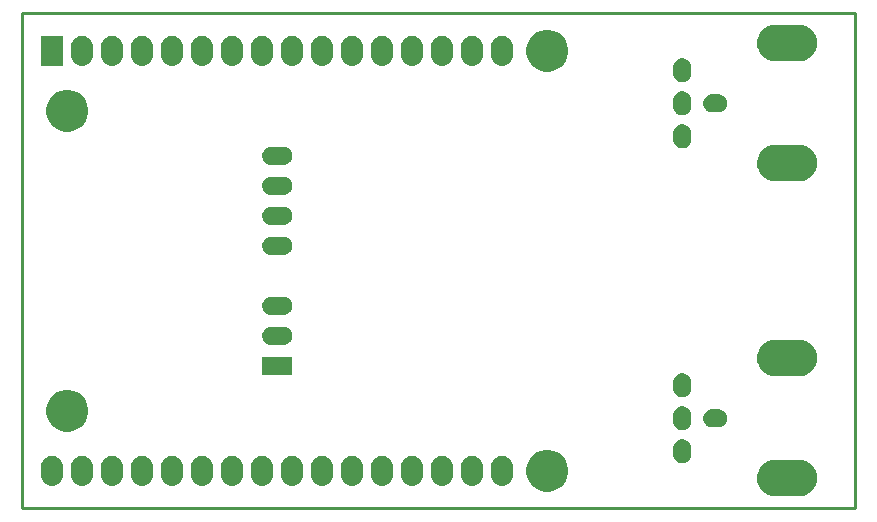
<source format=gts>
G04 #@! TF.GenerationSoftware,KiCad,Pcbnew,6.0.0-rc1-unknown-d4e4359~66~ubuntu18.04.1*
G04 #@! TF.CreationDate,2018-09-17T12:26:01-04:00*
G04 #@! TF.ProjectId,dac_controller_3x2,6461635F636F6E74726F6C6C65725F33,1.0*
G04 #@! TF.SameCoordinates,Original*
G04 #@! TF.FileFunction,Soldermask,Top*
G04 #@! TF.FilePolarity,Negative*
%FSLAX46Y46*%
G04 Gerber Fmt 4.6, Leading zero omitted, Abs format (unit mm)*
G04 Created by KiCad (PCBNEW 6.0.0-rc1-unknown-d4e4359~66~ubuntu18.04.1) date Mon Sep 17 12:26:01 2018*
%MOMM*%
%LPD*%
G01*
G04 APERTURE LIST*
%ADD10C,0.228600*%
%ADD11C,0.100000*%
G04 APERTURE END LIST*
D10*
X156210000Y-67945000D02*
X85725000Y-67945000D01*
X156210000Y-109855000D02*
X156210000Y-67945000D01*
X85725000Y-109855000D02*
X156210000Y-109855000D01*
X85725000Y-67945000D02*
X85725000Y-109855000D01*
D11*
G36*
X151809752Y-105813051D02*
X151809755Y-105813052D01*
X151809756Y-105813052D01*
X152097031Y-105900196D01*
X152097033Y-105900197D01*
X152097036Y-105900198D01*
X152361785Y-106041709D01*
X152593844Y-106232156D01*
X152784291Y-106464215D01*
X152925802Y-106728964D01*
X153012949Y-107016248D01*
X153042373Y-107315000D01*
X153012949Y-107613752D01*
X153012948Y-107613755D01*
X153012948Y-107613756D01*
X152952384Y-107813409D01*
X152925802Y-107901036D01*
X152784291Y-108165785D01*
X152593844Y-108397844D01*
X152361785Y-108588291D01*
X152097036Y-108729802D01*
X152097033Y-108729803D01*
X152097031Y-108729804D01*
X151809756Y-108816948D01*
X151809755Y-108816948D01*
X151809752Y-108816949D01*
X151585863Y-108839000D01*
X149404137Y-108839000D01*
X149180248Y-108816949D01*
X149180245Y-108816948D01*
X149180244Y-108816948D01*
X148892969Y-108729804D01*
X148892967Y-108729803D01*
X148892964Y-108729802D01*
X148628215Y-108588291D01*
X148396156Y-108397844D01*
X148205709Y-108165785D01*
X148064198Y-107901036D01*
X148037617Y-107813409D01*
X147977052Y-107613756D01*
X147977052Y-107613755D01*
X147977051Y-107613752D01*
X147947627Y-107315000D01*
X147977051Y-107016248D01*
X148064198Y-106728964D01*
X148205709Y-106464215D01*
X148396156Y-106232156D01*
X148628215Y-106041709D01*
X148892964Y-105900198D01*
X148892967Y-105900197D01*
X148892969Y-105900196D01*
X149180244Y-105813052D01*
X149180245Y-105813052D01*
X149180248Y-105813051D01*
X149404137Y-105791000D01*
X151585863Y-105791000D01*
X151809752Y-105813051D01*
X151809752Y-105813051D01*
G37*
G36*
X130693623Y-104970327D02*
X131017198Y-105104356D01*
X131308412Y-105298939D01*
X131556061Y-105546588D01*
X131750644Y-105837802D01*
X131884673Y-106161377D01*
X131953000Y-106504881D01*
X131953000Y-106855119D01*
X131884673Y-107198623D01*
X131750644Y-107522198D01*
X131556061Y-107813412D01*
X131308412Y-108061061D01*
X131017198Y-108255644D01*
X130693623Y-108389673D01*
X130350119Y-108458000D01*
X129999881Y-108458000D01*
X129656377Y-108389673D01*
X129332802Y-108255644D01*
X129041588Y-108061061D01*
X128793939Y-107813412D01*
X128599356Y-107522198D01*
X128465327Y-107198623D01*
X128397000Y-106855119D01*
X128397000Y-106504881D01*
X128465327Y-106161377D01*
X128599356Y-105837802D01*
X128793939Y-105546588D01*
X129041588Y-105298939D01*
X129332802Y-105104356D01*
X129656377Y-104970327D01*
X129999881Y-104902000D01*
X130350119Y-104902000D01*
X130693623Y-104970327D01*
X130693623Y-104970327D01*
G37*
G36*
X90986742Y-105423415D02*
X91161501Y-105476428D01*
X91161503Y-105476429D01*
X91161506Y-105476430D01*
X91322561Y-105562515D01*
X91463730Y-105678370D01*
X91579585Y-105819539D01*
X91665672Y-105980598D01*
X91718685Y-106155357D01*
X91732100Y-106291563D01*
X91732100Y-107068437D01*
X91718685Y-107204643D01*
X91718684Y-107204645D01*
X91665672Y-107379403D01*
X91642664Y-107422446D01*
X91579585Y-107540461D01*
X91463730Y-107681630D01*
X91322561Y-107797485D01*
X91161502Y-107883572D01*
X90986743Y-107936585D01*
X90805000Y-107954485D01*
X90623258Y-107936585D01*
X90448499Y-107883572D01*
X90287440Y-107797485D01*
X90146271Y-107681630D01*
X90030416Y-107540461D01*
X89944329Y-107379402D01*
X89924792Y-107315000D01*
X89891315Y-107204645D01*
X89877900Y-107068439D01*
X89877900Y-106291562D01*
X89891315Y-106155361D01*
X89891315Y-106155358D01*
X89944328Y-105980599D01*
X89944329Y-105980597D01*
X89944330Y-105980594D01*
X90030415Y-105819539D01*
X90146270Y-105678370D01*
X90287439Y-105562515D01*
X90448498Y-105476428D01*
X90623257Y-105423415D01*
X90805000Y-105405515D01*
X90986742Y-105423415D01*
X90986742Y-105423415D01*
G37*
G36*
X93526742Y-105423415D02*
X93701501Y-105476428D01*
X93701503Y-105476429D01*
X93701506Y-105476430D01*
X93862561Y-105562515D01*
X94003730Y-105678370D01*
X94119585Y-105819539D01*
X94205672Y-105980598D01*
X94258685Y-106155357D01*
X94272100Y-106291563D01*
X94272100Y-107068437D01*
X94258685Y-107204643D01*
X94258684Y-107204645D01*
X94205672Y-107379403D01*
X94182664Y-107422446D01*
X94119585Y-107540461D01*
X94003730Y-107681630D01*
X93862561Y-107797485D01*
X93701502Y-107883572D01*
X93526743Y-107936585D01*
X93345000Y-107954485D01*
X93163258Y-107936585D01*
X92988499Y-107883572D01*
X92827440Y-107797485D01*
X92686271Y-107681630D01*
X92570416Y-107540461D01*
X92484329Y-107379402D01*
X92464792Y-107315000D01*
X92431315Y-107204645D01*
X92417900Y-107068439D01*
X92417900Y-106291562D01*
X92431315Y-106155361D01*
X92431315Y-106155358D01*
X92484328Y-105980599D01*
X92484329Y-105980597D01*
X92484330Y-105980594D01*
X92570415Y-105819539D01*
X92686270Y-105678370D01*
X92827439Y-105562515D01*
X92988498Y-105476428D01*
X93163257Y-105423415D01*
X93345000Y-105405515D01*
X93526742Y-105423415D01*
X93526742Y-105423415D01*
G37*
G36*
X98606742Y-105423415D02*
X98781501Y-105476428D01*
X98781503Y-105476429D01*
X98781506Y-105476430D01*
X98942561Y-105562515D01*
X99083730Y-105678370D01*
X99199585Y-105819539D01*
X99285672Y-105980598D01*
X99338685Y-106155357D01*
X99352100Y-106291563D01*
X99352100Y-107068437D01*
X99338685Y-107204643D01*
X99338684Y-107204645D01*
X99285672Y-107379403D01*
X99262664Y-107422446D01*
X99199585Y-107540461D01*
X99083730Y-107681630D01*
X98942561Y-107797485D01*
X98781502Y-107883572D01*
X98606743Y-107936585D01*
X98425000Y-107954485D01*
X98243258Y-107936585D01*
X98068499Y-107883572D01*
X97907440Y-107797485D01*
X97766271Y-107681630D01*
X97650416Y-107540461D01*
X97564329Y-107379402D01*
X97544792Y-107315000D01*
X97511315Y-107204645D01*
X97497900Y-107068439D01*
X97497900Y-106291562D01*
X97511315Y-106155361D01*
X97511315Y-106155358D01*
X97564328Y-105980599D01*
X97564329Y-105980597D01*
X97564330Y-105980594D01*
X97650415Y-105819539D01*
X97766270Y-105678370D01*
X97907439Y-105562515D01*
X98068498Y-105476428D01*
X98243257Y-105423415D01*
X98425000Y-105405515D01*
X98606742Y-105423415D01*
X98606742Y-105423415D01*
G37*
G36*
X101146742Y-105423415D02*
X101321501Y-105476428D01*
X101321503Y-105476429D01*
X101321506Y-105476430D01*
X101482561Y-105562515D01*
X101623730Y-105678370D01*
X101739585Y-105819539D01*
X101825672Y-105980598D01*
X101878685Y-106155357D01*
X101892100Y-106291563D01*
X101892100Y-107068437D01*
X101878685Y-107204643D01*
X101878684Y-107204645D01*
X101825672Y-107379403D01*
X101802664Y-107422446D01*
X101739585Y-107540461D01*
X101623730Y-107681630D01*
X101482561Y-107797485D01*
X101321502Y-107883572D01*
X101146743Y-107936585D01*
X100965000Y-107954485D01*
X100783258Y-107936585D01*
X100608499Y-107883572D01*
X100447440Y-107797485D01*
X100306271Y-107681630D01*
X100190416Y-107540461D01*
X100104329Y-107379402D01*
X100084792Y-107315000D01*
X100051315Y-107204645D01*
X100037900Y-107068439D01*
X100037900Y-106291562D01*
X100051315Y-106155361D01*
X100051315Y-106155358D01*
X100104328Y-105980599D01*
X100104329Y-105980597D01*
X100104330Y-105980594D01*
X100190415Y-105819539D01*
X100306270Y-105678370D01*
X100447439Y-105562515D01*
X100608498Y-105476428D01*
X100783257Y-105423415D01*
X100965000Y-105405515D01*
X101146742Y-105423415D01*
X101146742Y-105423415D01*
G37*
G36*
X103686742Y-105423415D02*
X103861501Y-105476428D01*
X103861503Y-105476429D01*
X103861506Y-105476430D01*
X104022561Y-105562515D01*
X104163730Y-105678370D01*
X104279585Y-105819539D01*
X104365672Y-105980598D01*
X104418685Y-106155357D01*
X104432100Y-106291563D01*
X104432100Y-107068437D01*
X104418685Y-107204643D01*
X104418684Y-107204645D01*
X104365672Y-107379403D01*
X104342664Y-107422446D01*
X104279585Y-107540461D01*
X104163730Y-107681630D01*
X104022561Y-107797485D01*
X103861502Y-107883572D01*
X103686743Y-107936585D01*
X103505000Y-107954485D01*
X103323258Y-107936585D01*
X103148499Y-107883572D01*
X102987440Y-107797485D01*
X102846271Y-107681630D01*
X102730416Y-107540461D01*
X102644329Y-107379402D01*
X102624792Y-107315000D01*
X102591315Y-107204645D01*
X102577900Y-107068439D01*
X102577900Y-106291562D01*
X102591315Y-106155361D01*
X102591315Y-106155358D01*
X102644328Y-105980599D01*
X102644329Y-105980597D01*
X102644330Y-105980594D01*
X102730415Y-105819539D01*
X102846270Y-105678370D01*
X102987439Y-105562515D01*
X103148498Y-105476428D01*
X103323257Y-105423415D01*
X103505000Y-105405515D01*
X103686742Y-105423415D01*
X103686742Y-105423415D01*
G37*
G36*
X106226742Y-105423415D02*
X106401501Y-105476428D01*
X106401503Y-105476429D01*
X106401506Y-105476430D01*
X106562561Y-105562515D01*
X106703730Y-105678370D01*
X106819585Y-105819539D01*
X106905672Y-105980598D01*
X106958685Y-106155357D01*
X106972100Y-106291563D01*
X106972100Y-107068437D01*
X106958685Y-107204643D01*
X106958684Y-107204645D01*
X106905672Y-107379403D01*
X106882664Y-107422446D01*
X106819585Y-107540461D01*
X106703730Y-107681630D01*
X106562561Y-107797485D01*
X106401502Y-107883572D01*
X106226743Y-107936585D01*
X106045000Y-107954485D01*
X105863258Y-107936585D01*
X105688499Y-107883572D01*
X105527440Y-107797485D01*
X105386271Y-107681630D01*
X105270416Y-107540461D01*
X105184329Y-107379402D01*
X105164792Y-107315000D01*
X105131315Y-107204645D01*
X105117900Y-107068439D01*
X105117900Y-106291562D01*
X105131315Y-106155361D01*
X105131315Y-106155358D01*
X105184328Y-105980599D01*
X105184329Y-105980597D01*
X105184330Y-105980594D01*
X105270415Y-105819539D01*
X105386270Y-105678370D01*
X105527439Y-105562515D01*
X105688498Y-105476428D01*
X105863257Y-105423415D01*
X106045000Y-105405515D01*
X106226742Y-105423415D01*
X106226742Y-105423415D01*
G37*
G36*
X96066742Y-105423415D02*
X96241501Y-105476428D01*
X96241503Y-105476429D01*
X96241506Y-105476430D01*
X96402561Y-105562515D01*
X96543730Y-105678370D01*
X96659585Y-105819539D01*
X96745672Y-105980598D01*
X96798685Y-106155357D01*
X96812100Y-106291563D01*
X96812100Y-107068437D01*
X96798685Y-107204643D01*
X96798684Y-107204645D01*
X96745672Y-107379403D01*
X96722664Y-107422446D01*
X96659585Y-107540461D01*
X96543730Y-107681630D01*
X96402561Y-107797485D01*
X96241502Y-107883572D01*
X96066743Y-107936585D01*
X95885000Y-107954485D01*
X95703258Y-107936585D01*
X95528499Y-107883572D01*
X95367440Y-107797485D01*
X95226271Y-107681630D01*
X95110416Y-107540461D01*
X95024329Y-107379402D01*
X95004792Y-107315000D01*
X94971315Y-107204645D01*
X94957900Y-107068439D01*
X94957900Y-106291562D01*
X94971315Y-106155361D01*
X94971315Y-106155358D01*
X95024328Y-105980599D01*
X95024329Y-105980597D01*
X95024330Y-105980594D01*
X95110415Y-105819539D01*
X95226270Y-105678370D01*
X95367439Y-105562515D01*
X95528498Y-105476428D01*
X95703257Y-105423415D01*
X95885000Y-105405515D01*
X96066742Y-105423415D01*
X96066742Y-105423415D01*
G37*
G36*
X111306742Y-105423415D02*
X111481501Y-105476428D01*
X111481503Y-105476429D01*
X111481506Y-105476430D01*
X111642561Y-105562515D01*
X111783730Y-105678370D01*
X111899585Y-105819539D01*
X111985672Y-105980598D01*
X112038685Y-106155357D01*
X112052100Y-106291563D01*
X112052100Y-107068437D01*
X112038685Y-107204643D01*
X112038684Y-107204645D01*
X111985672Y-107379403D01*
X111962664Y-107422446D01*
X111899585Y-107540461D01*
X111783730Y-107681630D01*
X111642561Y-107797485D01*
X111481502Y-107883572D01*
X111306743Y-107936585D01*
X111125000Y-107954485D01*
X110943258Y-107936585D01*
X110768499Y-107883572D01*
X110607440Y-107797485D01*
X110466271Y-107681630D01*
X110350416Y-107540461D01*
X110264329Y-107379402D01*
X110244792Y-107315000D01*
X110211315Y-107204645D01*
X110197900Y-107068439D01*
X110197900Y-106291562D01*
X110211315Y-106155361D01*
X110211315Y-106155358D01*
X110264328Y-105980599D01*
X110264329Y-105980597D01*
X110264330Y-105980594D01*
X110350415Y-105819539D01*
X110466270Y-105678370D01*
X110607439Y-105562515D01*
X110768498Y-105476428D01*
X110943257Y-105423415D01*
X111125000Y-105405515D01*
X111306742Y-105423415D01*
X111306742Y-105423415D01*
G37*
G36*
X116386742Y-105423415D02*
X116561501Y-105476428D01*
X116561503Y-105476429D01*
X116561506Y-105476430D01*
X116722561Y-105562515D01*
X116863730Y-105678370D01*
X116979585Y-105819539D01*
X117065672Y-105980598D01*
X117118685Y-106155357D01*
X117132100Y-106291563D01*
X117132100Y-107068437D01*
X117118685Y-107204643D01*
X117118684Y-107204645D01*
X117065672Y-107379403D01*
X117042664Y-107422446D01*
X116979585Y-107540461D01*
X116863730Y-107681630D01*
X116722561Y-107797485D01*
X116561502Y-107883572D01*
X116386743Y-107936585D01*
X116205000Y-107954485D01*
X116023258Y-107936585D01*
X115848499Y-107883572D01*
X115687440Y-107797485D01*
X115546271Y-107681630D01*
X115430416Y-107540461D01*
X115344329Y-107379402D01*
X115324792Y-107315000D01*
X115291315Y-107204645D01*
X115277900Y-107068439D01*
X115277900Y-106291562D01*
X115291315Y-106155361D01*
X115291315Y-106155358D01*
X115344328Y-105980599D01*
X115344329Y-105980597D01*
X115344330Y-105980594D01*
X115430415Y-105819539D01*
X115546270Y-105678370D01*
X115687439Y-105562515D01*
X115848498Y-105476428D01*
X116023257Y-105423415D01*
X116205000Y-105405515D01*
X116386742Y-105423415D01*
X116386742Y-105423415D01*
G37*
G36*
X118926742Y-105423415D02*
X119101501Y-105476428D01*
X119101503Y-105476429D01*
X119101506Y-105476430D01*
X119262561Y-105562515D01*
X119403730Y-105678370D01*
X119519585Y-105819539D01*
X119605672Y-105980598D01*
X119658685Y-106155357D01*
X119672100Y-106291563D01*
X119672100Y-107068437D01*
X119658685Y-107204643D01*
X119658684Y-107204645D01*
X119605672Y-107379403D01*
X119582664Y-107422446D01*
X119519585Y-107540461D01*
X119403730Y-107681630D01*
X119262561Y-107797485D01*
X119101502Y-107883572D01*
X118926743Y-107936585D01*
X118745000Y-107954485D01*
X118563258Y-107936585D01*
X118388499Y-107883572D01*
X118227440Y-107797485D01*
X118086271Y-107681630D01*
X117970416Y-107540461D01*
X117884329Y-107379402D01*
X117864792Y-107315000D01*
X117831315Y-107204645D01*
X117817900Y-107068439D01*
X117817900Y-106291562D01*
X117831315Y-106155361D01*
X117831315Y-106155358D01*
X117884328Y-105980599D01*
X117884329Y-105980597D01*
X117884330Y-105980594D01*
X117970415Y-105819539D01*
X118086270Y-105678370D01*
X118227439Y-105562515D01*
X118388498Y-105476428D01*
X118563257Y-105423415D01*
X118745000Y-105405515D01*
X118926742Y-105423415D01*
X118926742Y-105423415D01*
G37*
G36*
X121466742Y-105423415D02*
X121641501Y-105476428D01*
X121641503Y-105476429D01*
X121641506Y-105476430D01*
X121802561Y-105562515D01*
X121943730Y-105678370D01*
X122059585Y-105819539D01*
X122145672Y-105980598D01*
X122198685Y-106155357D01*
X122212100Y-106291563D01*
X122212100Y-107068437D01*
X122198685Y-107204643D01*
X122198684Y-107204645D01*
X122145672Y-107379403D01*
X122122664Y-107422446D01*
X122059585Y-107540461D01*
X121943730Y-107681630D01*
X121802561Y-107797485D01*
X121641502Y-107883572D01*
X121466743Y-107936585D01*
X121285000Y-107954485D01*
X121103258Y-107936585D01*
X120928499Y-107883572D01*
X120767440Y-107797485D01*
X120626271Y-107681630D01*
X120510416Y-107540461D01*
X120424329Y-107379402D01*
X120404792Y-107315000D01*
X120371315Y-107204645D01*
X120357900Y-107068439D01*
X120357900Y-106291562D01*
X120371315Y-106155361D01*
X120371315Y-106155358D01*
X120424328Y-105980599D01*
X120424329Y-105980597D01*
X120424330Y-105980594D01*
X120510415Y-105819539D01*
X120626270Y-105678370D01*
X120767439Y-105562515D01*
X120928498Y-105476428D01*
X121103257Y-105423415D01*
X121285000Y-105405515D01*
X121466742Y-105423415D01*
X121466742Y-105423415D01*
G37*
G36*
X124006742Y-105423415D02*
X124181501Y-105476428D01*
X124181503Y-105476429D01*
X124181506Y-105476430D01*
X124342561Y-105562515D01*
X124483730Y-105678370D01*
X124599585Y-105819539D01*
X124685672Y-105980598D01*
X124738685Y-106155357D01*
X124752100Y-106291563D01*
X124752100Y-107068437D01*
X124738685Y-107204643D01*
X124738684Y-107204645D01*
X124685672Y-107379403D01*
X124662664Y-107422446D01*
X124599585Y-107540461D01*
X124483730Y-107681630D01*
X124342561Y-107797485D01*
X124181502Y-107883572D01*
X124006743Y-107936585D01*
X123825000Y-107954485D01*
X123643258Y-107936585D01*
X123468499Y-107883572D01*
X123307440Y-107797485D01*
X123166271Y-107681630D01*
X123050416Y-107540461D01*
X122964329Y-107379402D01*
X122944792Y-107315000D01*
X122911315Y-107204645D01*
X122897900Y-107068439D01*
X122897900Y-106291562D01*
X122911315Y-106155361D01*
X122911315Y-106155358D01*
X122964328Y-105980599D01*
X122964329Y-105980597D01*
X122964330Y-105980594D01*
X123050415Y-105819539D01*
X123166270Y-105678370D01*
X123307439Y-105562515D01*
X123468498Y-105476428D01*
X123643257Y-105423415D01*
X123825000Y-105405515D01*
X124006742Y-105423415D01*
X124006742Y-105423415D01*
G37*
G36*
X126546742Y-105423415D02*
X126721501Y-105476428D01*
X126721503Y-105476429D01*
X126721506Y-105476430D01*
X126882561Y-105562515D01*
X127023730Y-105678370D01*
X127139585Y-105819539D01*
X127225672Y-105980598D01*
X127278685Y-106155357D01*
X127292100Y-106291563D01*
X127292100Y-107068437D01*
X127278685Y-107204643D01*
X127278684Y-107204645D01*
X127225672Y-107379403D01*
X127202664Y-107422446D01*
X127139585Y-107540461D01*
X127023730Y-107681630D01*
X126882561Y-107797485D01*
X126721502Y-107883572D01*
X126546743Y-107936585D01*
X126365000Y-107954485D01*
X126183258Y-107936585D01*
X126008499Y-107883572D01*
X125847440Y-107797485D01*
X125706271Y-107681630D01*
X125590416Y-107540461D01*
X125504329Y-107379402D01*
X125484792Y-107315000D01*
X125451315Y-107204645D01*
X125437900Y-107068439D01*
X125437900Y-106291562D01*
X125451315Y-106155361D01*
X125451315Y-106155358D01*
X125504328Y-105980599D01*
X125504329Y-105980597D01*
X125504330Y-105980594D01*
X125590415Y-105819539D01*
X125706270Y-105678370D01*
X125847439Y-105562515D01*
X126008498Y-105476428D01*
X126183257Y-105423415D01*
X126365000Y-105405515D01*
X126546742Y-105423415D01*
X126546742Y-105423415D01*
G37*
G36*
X88446742Y-105423415D02*
X88621501Y-105476428D01*
X88621503Y-105476429D01*
X88621506Y-105476430D01*
X88782561Y-105562515D01*
X88923730Y-105678370D01*
X89039585Y-105819539D01*
X89125672Y-105980598D01*
X89178685Y-106155357D01*
X89192100Y-106291563D01*
X89192100Y-107068437D01*
X89178685Y-107204643D01*
X89178684Y-107204645D01*
X89125672Y-107379403D01*
X89102664Y-107422446D01*
X89039585Y-107540461D01*
X88923730Y-107681630D01*
X88782561Y-107797485D01*
X88621502Y-107883572D01*
X88446743Y-107936585D01*
X88265000Y-107954485D01*
X88083258Y-107936585D01*
X87908499Y-107883572D01*
X87747440Y-107797485D01*
X87606271Y-107681630D01*
X87490416Y-107540461D01*
X87404329Y-107379402D01*
X87384792Y-107315000D01*
X87351315Y-107204645D01*
X87337900Y-107068439D01*
X87337900Y-106291562D01*
X87351315Y-106155361D01*
X87351315Y-106155358D01*
X87404328Y-105980599D01*
X87404329Y-105980597D01*
X87404330Y-105980594D01*
X87490415Y-105819539D01*
X87606270Y-105678370D01*
X87747439Y-105562515D01*
X87908498Y-105476428D01*
X88083257Y-105423415D01*
X88265000Y-105405515D01*
X88446742Y-105423415D01*
X88446742Y-105423415D01*
G37*
G36*
X108766742Y-105423415D02*
X108941501Y-105476428D01*
X108941503Y-105476429D01*
X108941506Y-105476430D01*
X109102561Y-105562515D01*
X109243730Y-105678370D01*
X109359585Y-105819539D01*
X109445672Y-105980598D01*
X109498685Y-106155357D01*
X109512100Y-106291563D01*
X109512100Y-107068437D01*
X109498685Y-107204643D01*
X109498684Y-107204645D01*
X109445672Y-107379403D01*
X109422664Y-107422446D01*
X109359585Y-107540461D01*
X109243730Y-107681630D01*
X109102561Y-107797485D01*
X108941502Y-107883572D01*
X108766743Y-107936585D01*
X108585000Y-107954485D01*
X108403258Y-107936585D01*
X108228499Y-107883572D01*
X108067440Y-107797485D01*
X107926271Y-107681630D01*
X107810416Y-107540461D01*
X107724329Y-107379402D01*
X107704792Y-107315000D01*
X107671315Y-107204645D01*
X107657900Y-107068439D01*
X107657900Y-106291562D01*
X107671315Y-106155361D01*
X107671315Y-106155358D01*
X107724328Y-105980599D01*
X107724329Y-105980597D01*
X107724330Y-105980594D01*
X107810415Y-105819539D01*
X107926270Y-105678370D01*
X108067439Y-105562515D01*
X108228498Y-105476428D01*
X108403257Y-105423415D01*
X108585000Y-105405515D01*
X108766742Y-105423415D01*
X108766742Y-105423415D01*
G37*
G36*
X113846742Y-105423415D02*
X114021501Y-105476428D01*
X114021503Y-105476429D01*
X114021506Y-105476430D01*
X114182561Y-105562515D01*
X114323730Y-105678370D01*
X114439585Y-105819539D01*
X114525672Y-105980598D01*
X114578685Y-106155357D01*
X114592100Y-106291563D01*
X114592100Y-107068437D01*
X114578685Y-107204643D01*
X114578684Y-107204645D01*
X114525672Y-107379403D01*
X114502664Y-107422446D01*
X114439585Y-107540461D01*
X114323730Y-107681630D01*
X114182561Y-107797485D01*
X114021502Y-107883572D01*
X113846743Y-107936585D01*
X113665000Y-107954485D01*
X113483258Y-107936585D01*
X113308499Y-107883572D01*
X113147440Y-107797485D01*
X113006271Y-107681630D01*
X112890416Y-107540461D01*
X112804329Y-107379402D01*
X112784792Y-107315000D01*
X112751315Y-107204645D01*
X112737900Y-107068439D01*
X112737900Y-106291562D01*
X112751315Y-106155361D01*
X112751315Y-106155358D01*
X112804328Y-105980599D01*
X112804329Y-105980597D01*
X112804330Y-105980594D01*
X112890415Y-105819539D01*
X113006270Y-105678370D01*
X113147439Y-105562515D01*
X113308498Y-105476428D01*
X113483257Y-105423415D01*
X113665000Y-105405515D01*
X113846742Y-105423415D01*
X113846742Y-105423415D01*
G37*
G36*
X141754378Y-104024026D02*
X141850136Y-104053074D01*
X141898016Y-104067598D01*
X141946299Y-104093406D01*
X142030392Y-104138355D01*
X142146422Y-104233578D01*
X142241645Y-104349608D01*
X142286594Y-104433701D01*
X142312402Y-104481984D01*
X142312402Y-104481985D01*
X142355974Y-104625622D01*
X142367000Y-104737574D01*
X142367000Y-105320426D01*
X142355974Y-105432378D01*
X142342611Y-105476429D01*
X142312402Y-105576016D01*
X142286594Y-105624299D01*
X142241645Y-105708392D01*
X142241643Y-105708394D01*
X142146425Y-105824419D01*
X142146423Y-105824420D01*
X142146422Y-105824422D01*
X142030391Y-105919645D01*
X141964202Y-105955024D01*
X141898015Y-105990402D01*
X141850135Y-106004926D01*
X141754377Y-106033974D01*
X141605000Y-106048686D01*
X141455622Y-106033974D01*
X141359864Y-106004926D01*
X141311984Y-105990402D01*
X141263701Y-105964594D01*
X141179608Y-105919645D01*
X141133196Y-105881556D01*
X141063581Y-105824425D01*
X141063580Y-105824423D01*
X141063578Y-105824422D01*
X140968355Y-105708391D01*
X140897599Y-105576016D01*
X140897598Y-105576015D01*
X140883074Y-105528135D01*
X140854026Y-105432377D01*
X140843000Y-105320425D01*
X140843000Y-104737574D01*
X140854026Y-104625622D01*
X140897598Y-104481985D01*
X140897598Y-104481984D01*
X140923406Y-104433701D01*
X140968355Y-104349608D01*
X141063579Y-104233578D01*
X141179609Y-104138355D01*
X141263702Y-104093406D01*
X141311985Y-104067598D01*
X141359865Y-104053074D01*
X141455623Y-104024026D01*
X141605000Y-104009314D01*
X141754378Y-104024026D01*
X141754378Y-104024026D01*
G37*
G36*
X90053623Y-99890327D02*
X90377198Y-100024356D01*
X90668412Y-100218939D01*
X90916061Y-100466588D01*
X91110644Y-100757802D01*
X91244673Y-101081377D01*
X91313000Y-101424881D01*
X91313000Y-101775119D01*
X91244673Y-102118623D01*
X91110644Y-102442198D01*
X90916061Y-102733412D01*
X90668412Y-102981061D01*
X90377198Y-103175644D01*
X90053623Y-103309673D01*
X89710119Y-103378000D01*
X89359881Y-103378000D01*
X89016377Y-103309673D01*
X88692802Y-103175644D01*
X88401588Y-102981061D01*
X88153939Y-102733412D01*
X87959356Y-102442198D01*
X87825327Y-102118623D01*
X87757000Y-101775119D01*
X87757000Y-101424881D01*
X87825327Y-101081377D01*
X87959356Y-100757802D01*
X88153939Y-100466588D01*
X88401588Y-100218939D01*
X88692802Y-100024356D01*
X89016377Y-99890327D01*
X89359881Y-99822000D01*
X89710119Y-99822000D01*
X90053623Y-99890327D01*
X90053623Y-99890327D01*
G37*
G36*
X141754378Y-101230026D02*
X141850136Y-101259074D01*
X141898016Y-101273598D01*
X141946299Y-101299406D01*
X142030392Y-101344355D01*
X142146422Y-101439578D01*
X142241645Y-101555608D01*
X142286594Y-101639701D01*
X142312402Y-101687984D01*
X142312402Y-101687985D01*
X142355974Y-101831622D01*
X142367000Y-101943574D01*
X142367000Y-102526426D01*
X142355974Y-102638378D01*
X142349296Y-102660392D01*
X142312402Y-102782016D01*
X142286594Y-102830299D01*
X142241645Y-102914392D01*
X142241643Y-102914394D01*
X142146425Y-103030419D01*
X142146423Y-103030420D01*
X142146422Y-103030422D01*
X142030391Y-103125645D01*
X141964203Y-103161023D01*
X141898015Y-103196402D01*
X141850135Y-103210926D01*
X141754377Y-103239974D01*
X141605000Y-103254686D01*
X141455622Y-103239974D01*
X141359864Y-103210926D01*
X141311984Y-103196402D01*
X141263701Y-103170594D01*
X141179608Y-103125645D01*
X141133196Y-103087556D01*
X141063581Y-103030425D01*
X141063580Y-103030423D01*
X141063578Y-103030422D01*
X140968355Y-102914391D01*
X140897599Y-102782016D01*
X140897598Y-102782015D01*
X140860705Y-102660394D01*
X140854026Y-102638377D01*
X140843000Y-102526425D01*
X140843000Y-101943574D01*
X140854026Y-101831622D01*
X140897598Y-101687985D01*
X140897598Y-101687984D01*
X140923406Y-101639701D01*
X140968355Y-101555608D01*
X141063579Y-101439578D01*
X141179609Y-101344355D01*
X141263702Y-101299406D01*
X141311985Y-101273598D01*
X141359865Y-101259074D01*
X141455623Y-101230026D01*
X141605000Y-101215314D01*
X141754378Y-101230026D01*
X141754378Y-101230026D01*
G37*
G36*
X144727743Y-101476675D02*
X144802378Y-101484026D01*
X144898136Y-101513074D01*
X144946016Y-101527598D01*
X144994299Y-101553406D01*
X145078392Y-101598355D01*
X145194422Y-101693578D01*
X145289645Y-101809608D01*
X145334594Y-101893701D01*
X145360402Y-101941984D01*
X145360402Y-101941985D01*
X145403974Y-102085622D01*
X145418686Y-102235000D01*
X145403974Y-102384378D01*
X145386434Y-102442198D01*
X145360402Y-102528016D01*
X145334594Y-102576299D01*
X145289645Y-102660392D01*
X145194422Y-102776422D01*
X145078392Y-102871645D01*
X144998422Y-102914390D01*
X144946016Y-102942402D01*
X144898136Y-102956926D01*
X144802378Y-102985974D01*
X144727743Y-102993325D01*
X144690427Y-102997000D01*
X144107573Y-102997000D01*
X144070257Y-102993325D01*
X143995622Y-102985974D01*
X143899864Y-102956926D01*
X143851984Y-102942402D01*
X143799578Y-102914390D01*
X143719608Y-102871645D01*
X143603578Y-102776422D01*
X143508355Y-102660392D01*
X143463406Y-102576299D01*
X143437598Y-102528016D01*
X143411566Y-102442198D01*
X143394026Y-102384378D01*
X143379314Y-102235000D01*
X143394026Y-102085622D01*
X143437598Y-101941985D01*
X143437598Y-101941984D01*
X143463406Y-101893701D01*
X143508355Y-101809608D01*
X143603578Y-101693578D01*
X143719608Y-101598355D01*
X143803701Y-101553406D01*
X143851984Y-101527598D01*
X143899864Y-101513074D01*
X143995622Y-101484026D01*
X144070257Y-101476675D01*
X144107573Y-101473000D01*
X144690427Y-101473000D01*
X144727743Y-101476675D01*
X144727743Y-101476675D01*
G37*
G36*
X141754378Y-98436026D02*
X141850136Y-98465074D01*
X141898016Y-98479598D01*
X141946299Y-98505406D01*
X142030392Y-98550355D01*
X142146422Y-98645578D01*
X142241645Y-98761608D01*
X142286594Y-98845701D01*
X142312402Y-98893984D01*
X142312402Y-98893985D01*
X142355974Y-99037622D01*
X142367000Y-99149574D01*
X142367000Y-99732426D01*
X142355974Y-99844378D01*
X142342035Y-99890327D01*
X142312402Y-99988016D01*
X142292977Y-100024356D01*
X142241645Y-100120392D01*
X142241643Y-100120394D01*
X142146425Y-100236419D01*
X142146423Y-100236420D01*
X142146422Y-100236422D01*
X142030391Y-100331645D01*
X141964203Y-100367023D01*
X141898015Y-100402402D01*
X141850135Y-100416926D01*
X141754377Y-100445974D01*
X141605000Y-100460686D01*
X141455622Y-100445974D01*
X141359864Y-100416926D01*
X141311984Y-100402402D01*
X141263701Y-100376594D01*
X141179608Y-100331645D01*
X141133196Y-100293556D01*
X141063581Y-100236425D01*
X141063580Y-100236423D01*
X141063578Y-100236422D01*
X140968355Y-100120391D01*
X140897599Y-99988016D01*
X140897598Y-99988015D01*
X140867965Y-99890327D01*
X140854026Y-99844377D01*
X140843000Y-99732425D01*
X140843000Y-99149574D01*
X140854026Y-99037622D01*
X140897598Y-98893985D01*
X140897598Y-98893984D01*
X140923406Y-98845701D01*
X140968355Y-98761608D01*
X141063579Y-98645578D01*
X141179609Y-98550355D01*
X141263702Y-98505406D01*
X141311985Y-98479598D01*
X141359865Y-98465074D01*
X141455623Y-98436026D01*
X141605000Y-98421314D01*
X141754378Y-98436026D01*
X141754378Y-98436026D01*
G37*
G36*
X151809752Y-95653051D02*
X151809755Y-95653052D01*
X151809756Y-95653052D01*
X152097031Y-95740196D01*
X152097033Y-95740197D01*
X152097036Y-95740198D01*
X152361785Y-95881709D01*
X152593844Y-96072156D01*
X152784291Y-96304215D01*
X152925802Y-96568964D01*
X153012949Y-96856248D01*
X153042373Y-97155000D01*
X153012949Y-97453752D01*
X152925802Y-97741036D01*
X152784291Y-98005785D01*
X152593844Y-98237844D01*
X152361785Y-98428291D01*
X152097036Y-98569802D01*
X152097033Y-98569803D01*
X152097031Y-98569804D01*
X151809756Y-98656948D01*
X151809755Y-98656948D01*
X151809752Y-98656949D01*
X151585863Y-98679000D01*
X149404137Y-98679000D01*
X149180248Y-98656949D01*
X149180245Y-98656948D01*
X149180244Y-98656948D01*
X148892969Y-98569804D01*
X148892967Y-98569803D01*
X148892964Y-98569802D01*
X148628215Y-98428291D01*
X148396156Y-98237844D01*
X148205709Y-98005785D01*
X148064198Y-97741036D01*
X147977051Y-97453752D01*
X147947627Y-97155000D01*
X147977051Y-96856248D01*
X148064198Y-96568964D01*
X148205709Y-96304215D01*
X148396156Y-96072156D01*
X148628215Y-95881709D01*
X148892964Y-95740198D01*
X148892967Y-95740197D01*
X148892969Y-95740196D01*
X149180244Y-95653052D01*
X149180245Y-95653052D01*
X149180248Y-95653051D01*
X149404137Y-95631000D01*
X151585863Y-95631000D01*
X151809752Y-95653051D01*
X151809752Y-95653051D01*
G37*
G36*
X108585000Y-98552000D02*
X106045000Y-98552000D01*
X106045000Y-97028000D01*
X108585000Y-97028000D01*
X108585000Y-98552000D01*
X108585000Y-98552000D01*
G37*
G36*
X107897743Y-94491675D02*
X107972378Y-94499026D01*
X108068136Y-94528074D01*
X108116016Y-94542598D01*
X108164299Y-94568406D01*
X108248392Y-94613355D01*
X108364422Y-94708578D01*
X108459645Y-94824608D01*
X108504594Y-94908701D01*
X108530402Y-94956984D01*
X108530402Y-94956985D01*
X108573974Y-95100622D01*
X108588686Y-95250000D01*
X108573974Y-95399378D01*
X108544926Y-95495136D01*
X108530402Y-95543016D01*
X108504594Y-95591299D01*
X108459645Y-95675392D01*
X108364422Y-95791422D01*
X108248392Y-95886645D01*
X108164299Y-95931594D01*
X108116016Y-95957402D01*
X108068136Y-95971926D01*
X107972378Y-96000974D01*
X107897743Y-96008325D01*
X107860427Y-96012000D01*
X106769573Y-96012000D01*
X106732257Y-96008325D01*
X106657622Y-96000974D01*
X106561864Y-95971926D01*
X106513984Y-95957402D01*
X106465701Y-95931594D01*
X106381608Y-95886645D01*
X106265578Y-95791422D01*
X106170355Y-95675392D01*
X106125406Y-95591299D01*
X106099598Y-95543016D01*
X106085074Y-95495136D01*
X106056026Y-95399378D01*
X106041314Y-95250000D01*
X106056026Y-95100622D01*
X106099598Y-94956985D01*
X106099598Y-94956984D01*
X106125406Y-94908701D01*
X106170355Y-94824608D01*
X106265578Y-94708578D01*
X106381608Y-94613355D01*
X106465701Y-94568406D01*
X106513984Y-94542598D01*
X106561864Y-94528074D01*
X106657622Y-94499026D01*
X106732257Y-94491675D01*
X106769573Y-94488000D01*
X107860427Y-94488000D01*
X107897743Y-94491675D01*
X107897743Y-94491675D01*
G37*
G36*
X107897743Y-91951675D02*
X107972378Y-91959026D01*
X108068136Y-91988074D01*
X108116016Y-92002598D01*
X108164299Y-92028406D01*
X108248392Y-92073355D01*
X108364422Y-92168578D01*
X108459645Y-92284608D01*
X108504594Y-92368701D01*
X108530402Y-92416984D01*
X108530402Y-92416985D01*
X108573974Y-92560622D01*
X108588686Y-92710000D01*
X108573974Y-92859378D01*
X108544926Y-92955136D01*
X108530402Y-93003016D01*
X108504594Y-93051299D01*
X108459645Y-93135392D01*
X108364422Y-93251422D01*
X108248392Y-93346645D01*
X108164299Y-93391594D01*
X108116016Y-93417402D01*
X108068136Y-93431926D01*
X107972378Y-93460974D01*
X107897743Y-93468325D01*
X107860427Y-93472000D01*
X106769573Y-93472000D01*
X106732257Y-93468325D01*
X106657622Y-93460974D01*
X106561864Y-93431926D01*
X106513984Y-93417402D01*
X106465701Y-93391594D01*
X106381608Y-93346645D01*
X106265578Y-93251422D01*
X106170355Y-93135392D01*
X106125406Y-93051299D01*
X106099598Y-93003016D01*
X106085074Y-92955136D01*
X106056026Y-92859378D01*
X106041314Y-92710000D01*
X106056026Y-92560622D01*
X106099598Y-92416985D01*
X106099598Y-92416984D01*
X106125406Y-92368701D01*
X106170355Y-92284608D01*
X106265578Y-92168578D01*
X106381608Y-92073355D01*
X106465701Y-92028406D01*
X106513984Y-92002598D01*
X106561864Y-91988074D01*
X106657622Y-91959026D01*
X106732257Y-91951675D01*
X106769573Y-91948000D01*
X107860427Y-91948000D01*
X107897743Y-91951675D01*
X107897743Y-91951675D01*
G37*
G36*
X107897743Y-86871675D02*
X107972378Y-86879026D01*
X108068136Y-86908074D01*
X108116016Y-86922598D01*
X108164299Y-86948406D01*
X108248392Y-86993355D01*
X108364422Y-87088578D01*
X108459645Y-87204608D01*
X108504594Y-87288701D01*
X108530402Y-87336984D01*
X108530402Y-87336985D01*
X108573974Y-87480622D01*
X108588686Y-87630000D01*
X108573974Y-87779378D01*
X108544926Y-87875136D01*
X108530402Y-87923016D01*
X108504594Y-87971299D01*
X108459645Y-88055392D01*
X108364422Y-88171422D01*
X108248392Y-88266645D01*
X108164299Y-88311594D01*
X108116016Y-88337402D01*
X108068136Y-88351926D01*
X107972378Y-88380974D01*
X107897743Y-88388325D01*
X107860427Y-88392000D01*
X106769573Y-88392000D01*
X106732257Y-88388325D01*
X106657622Y-88380974D01*
X106561864Y-88351926D01*
X106513984Y-88337402D01*
X106465701Y-88311594D01*
X106381608Y-88266645D01*
X106265578Y-88171422D01*
X106170355Y-88055392D01*
X106125406Y-87971299D01*
X106099598Y-87923016D01*
X106085074Y-87875136D01*
X106056026Y-87779378D01*
X106041314Y-87630000D01*
X106056026Y-87480622D01*
X106099598Y-87336985D01*
X106099598Y-87336984D01*
X106125406Y-87288701D01*
X106170355Y-87204608D01*
X106265578Y-87088578D01*
X106381608Y-86993355D01*
X106465701Y-86948406D01*
X106513984Y-86922598D01*
X106561864Y-86908074D01*
X106657622Y-86879026D01*
X106732257Y-86871675D01*
X106769573Y-86868000D01*
X107860427Y-86868000D01*
X107897743Y-86871675D01*
X107897743Y-86871675D01*
G37*
G36*
X107897743Y-84331675D02*
X107972378Y-84339026D01*
X108068136Y-84368074D01*
X108116016Y-84382598D01*
X108164299Y-84408406D01*
X108248392Y-84453355D01*
X108364422Y-84548578D01*
X108459645Y-84664608D01*
X108504594Y-84748701D01*
X108530402Y-84796984D01*
X108530402Y-84796985D01*
X108573974Y-84940622D01*
X108588686Y-85090000D01*
X108573974Y-85239378D01*
X108544926Y-85335136D01*
X108530402Y-85383016D01*
X108504594Y-85431299D01*
X108459645Y-85515392D01*
X108364422Y-85631422D01*
X108248392Y-85726645D01*
X108164299Y-85771594D01*
X108116016Y-85797402D01*
X108068136Y-85811926D01*
X107972378Y-85840974D01*
X107897743Y-85848325D01*
X107860427Y-85852000D01*
X106769573Y-85852000D01*
X106732257Y-85848325D01*
X106657622Y-85840974D01*
X106561864Y-85811926D01*
X106513984Y-85797402D01*
X106465701Y-85771594D01*
X106381608Y-85726645D01*
X106265578Y-85631422D01*
X106170355Y-85515392D01*
X106125406Y-85431299D01*
X106099598Y-85383016D01*
X106085074Y-85335136D01*
X106056026Y-85239378D01*
X106041314Y-85090000D01*
X106056026Y-84940622D01*
X106099598Y-84796985D01*
X106099598Y-84796984D01*
X106125406Y-84748701D01*
X106170355Y-84664608D01*
X106265578Y-84548578D01*
X106381608Y-84453355D01*
X106465701Y-84408406D01*
X106513984Y-84382598D01*
X106561864Y-84368074D01*
X106657622Y-84339026D01*
X106732257Y-84331675D01*
X106769573Y-84328000D01*
X107860427Y-84328000D01*
X107897743Y-84331675D01*
X107897743Y-84331675D01*
G37*
G36*
X107897743Y-81791675D02*
X107972378Y-81799026D01*
X108068136Y-81828074D01*
X108116016Y-81842598D01*
X108164299Y-81868406D01*
X108248392Y-81913355D01*
X108364422Y-82008578D01*
X108459645Y-82124608D01*
X108483373Y-82169000D01*
X108530402Y-82256984D01*
X108530402Y-82256985D01*
X108573974Y-82400622D01*
X108588686Y-82550000D01*
X108573974Y-82699378D01*
X108544926Y-82795136D01*
X108530402Y-82843016D01*
X108504594Y-82891299D01*
X108459645Y-82975392D01*
X108364422Y-83091422D01*
X108248392Y-83186645D01*
X108164299Y-83231594D01*
X108116016Y-83257402D01*
X108068136Y-83271926D01*
X107972378Y-83300974D01*
X107897743Y-83308325D01*
X107860427Y-83312000D01*
X106769573Y-83312000D01*
X106732257Y-83308325D01*
X106657622Y-83300974D01*
X106561864Y-83271926D01*
X106513984Y-83257402D01*
X106465701Y-83231594D01*
X106381608Y-83186645D01*
X106265578Y-83091422D01*
X106170355Y-82975392D01*
X106125406Y-82891299D01*
X106099598Y-82843016D01*
X106085074Y-82795136D01*
X106056026Y-82699378D01*
X106041314Y-82550000D01*
X106056026Y-82400622D01*
X106099598Y-82256985D01*
X106099598Y-82256984D01*
X106146627Y-82169000D01*
X106170355Y-82124608D01*
X106265578Y-82008578D01*
X106381608Y-81913355D01*
X106465701Y-81868406D01*
X106513984Y-81842598D01*
X106561864Y-81828074D01*
X106657622Y-81799026D01*
X106732257Y-81791675D01*
X106769573Y-81788000D01*
X107860427Y-81788000D01*
X107897743Y-81791675D01*
X107897743Y-81791675D01*
G37*
G36*
X151809752Y-79143051D02*
X151809755Y-79143052D01*
X151809756Y-79143052D01*
X152097031Y-79230196D01*
X152097033Y-79230197D01*
X152097036Y-79230198D01*
X152361785Y-79371709D01*
X152593844Y-79562156D01*
X152784291Y-79794215D01*
X152925802Y-80058964D01*
X152925803Y-80058967D01*
X152925804Y-80058969D01*
X152999835Y-80303016D01*
X153012949Y-80346248D01*
X153042373Y-80645000D01*
X153012949Y-80943752D01*
X152925802Y-81231036D01*
X152784291Y-81495785D01*
X152593844Y-81727844D01*
X152361785Y-81918291D01*
X152097036Y-82059802D01*
X152097033Y-82059803D01*
X152097031Y-82059804D01*
X151809756Y-82146948D01*
X151809755Y-82146948D01*
X151809752Y-82146949D01*
X151585863Y-82169000D01*
X149404137Y-82169000D01*
X149180248Y-82146949D01*
X149180245Y-82146948D01*
X149180244Y-82146948D01*
X148892969Y-82059804D01*
X148892967Y-82059803D01*
X148892964Y-82059802D01*
X148628215Y-81918291D01*
X148396156Y-81727844D01*
X148205709Y-81495785D01*
X148064198Y-81231036D01*
X147977051Y-80943752D01*
X147947627Y-80645000D01*
X147977051Y-80346248D01*
X147990165Y-80303016D01*
X148064196Y-80058969D01*
X148064197Y-80058967D01*
X148064198Y-80058964D01*
X148205709Y-79794215D01*
X148396156Y-79562156D01*
X148628215Y-79371709D01*
X148892964Y-79230198D01*
X148892967Y-79230197D01*
X148892969Y-79230196D01*
X149180244Y-79143052D01*
X149180245Y-79143052D01*
X149180248Y-79143051D01*
X149404137Y-79121000D01*
X151585863Y-79121000D01*
X151809752Y-79143051D01*
X151809752Y-79143051D01*
G37*
G36*
X107897743Y-79251675D02*
X107972378Y-79259026D01*
X108068136Y-79288074D01*
X108116016Y-79302598D01*
X108149324Y-79320402D01*
X108248392Y-79373355D01*
X108364422Y-79468578D01*
X108459645Y-79584608D01*
X108504594Y-79668701D01*
X108530402Y-79716984D01*
X108530402Y-79716985D01*
X108573974Y-79860622D01*
X108588686Y-80010000D01*
X108573974Y-80159378D01*
X108544926Y-80255136D01*
X108530402Y-80303016D01*
X108504594Y-80351299D01*
X108459645Y-80435392D01*
X108364422Y-80551422D01*
X108248392Y-80646645D01*
X108164299Y-80691594D01*
X108116016Y-80717402D01*
X108068136Y-80731926D01*
X107972378Y-80760974D01*
X107897743Y-80768325D01*
X107860427Y-80772000D01*
X106769573Y-80772000D01*
X106732257Y-80768325D01*
X106657622Y-80760974D01*
X106561864Y-80731926D01*
X106513984Y-80717402D01*
X106465701Y-80691594D01*
X106381608Y-80646645D01*
X106265578Y-80551422D01*
X106170355Y-80435392D01*
X106125406Y-80351299D01*
X106099598Y-80303016D01*
X106085074Y-80255136D01*
X106056026Y-80159378D01*
X106041314Y-80010000D01*
X106056026Y-79860622D01*
X106099598Y-79716985D01*
X106099598Y-79716984D01*
X106125406Y-79668701D01*
X106170355Y-79584608D01*
X106265578Y-79468578D01*
X106381608Y-79373355D01*
X106480676Y-79320402D01*
X106513984Y-79302598D01*
X106561864Y-79288074D01*
X106657622Y-79259026D01*
X106732257Y-79251675D01*
X106769573Y-79248000D01*
X107860427Y-79248000D01*
X107897743Y-79251675D01*
X107897743Y-79251675D01*
G37*
G36*
X141754378Y-77354026D02*
X141850136Y-77383074D01*
X141898016Y-77397598D01*
X141946299Y-77423406D01*
X142030392Y-77468355D01*
X142146422Y-77563578D01*
X142241645Y-77679608D01*
X142286594Y-77763701D01*
X142312402Y-77811984D01*
X142312402Y-77811985D01*
X142355974Y-77955622D01*
X142367000Y-78067574D01*
X142367000Y-78650426D01*
X142355974Y-78762378D01*
X142326926Y-78858136D01*
X142312402Y-78906016D01*
X142286594Y-78954299D01*
X142241645Y-79038392D01*
X142241643Y-79038394D01*
X142146425Y-79154419D01*
X142146423Y-79154420D01*
X142146422Y-79154422D01*
X142030391Y-79249645D01*
X142012840Y-79259026D01*
X141898015Y-79320402D01*
X141850135Y-79334926D01*
X141754377Y-79363974D01*
X141605000Y-79378686D01*
X141455622Y-79363974D01*
X141359864Y-79334926D01*
X141311984Y-79320402D01*
X141263701Y-79294594D01*
X141179608Y-79249645D01*
X141133196Y-79211556D01*
X141063581Y-79154425D01*
X141063580Y-79154423D01*
X141063578Y-79154422D01*
X140968355Y-79038391D01*
X140897599Y-78906016D01*
X140897598Y-78906015D01*
X140883074Y-78858135D01*
X140854026Y-78762377D01*
X140843000Y-78650425D01*
X140843000Y-78067574D01*
X140854026Y-77955622D01*
X140897598Y-77811985D01*
X140897598Y-77811984D01*
X140923406Y-77763701D01*
X140968355Y-77679608D01*
X141063579Y-77563578D01*
X141179609Y-77468355D01*
X141263702Y-77423406D01*
X141311985Y-77397598D01*
X141359865Y-77383074D01*
X141455623Y-77354026D01*
X141605000Y-77339314D01*
X141754378Y-77354026D01*
X141754378Y-77354026D01*
G37*
G36*
X90053623Y-74490327D02*
X90377198Y-74624356D01*
X90668412Y-74818939D01*
X90916061Y-75066588D01*
X91110644Y-75357802D01*
X91244673Y-75681377D01*
X91313000Y-76024881D01*
X91313000Y-76375119D01*
X91244673Y-76718623D01*
X91110644Y-77042198D01*
X90916061Y-77333412D01*
X90668412Y-77581061D01*
X90377198Y-77775644D01*
X90053623Y-77909673D01*
X89710119Y-77978000D01*
X89359881Y-77978000D01*
X89016377Y-77909673D01*
X88692802Y-77775644D01*
X88401588Y-77581061D01*
X88153939Y-77333412D01*
X87959356Y-77042198D01*
X87825327Y-76718623D01*
X87757000Y-76375119D01*
X87757000Y-76024881D01*
X87825327Y-75681377D01*
X87959356Y-75357802D01*
X88153939Y-75066588D01*
X88401588Y-74818939D01*
X88692802Y-74624356D01*
X89016377Y-74490327D01*
X89359881Y-74422000D01*
X89710119Y-74422000D01*
X90053623Y-74490327D01*
X90053623Y-74490327D01*
G37*
G36*
X141754378Y-74560026D02*
X141850136Y-74589074D01*
X141898016Y-74603598D01*
X141946299Y-74629406D01*
X142030392Y-74674355D01*
X142146422Y-74769578D01*
X142241645Y-74885608D01*
X142286594Y-74969701D01*
X142312402Y-75017984D01*
X142312402Y-75017985D01*
X142355974Y-75161622D01*
X142367000Y-75273574D01*
X142367000Y-75856426D01*
X142355974Y-75968378D01*
X142326926Y-76064136D01*
X142312402Y-76112016D01*
X142286594Y-76160299D01*
X142241645Y-76244392D01*
X142241643Y-76244394D01*
X142146425Y-76360419D01*
X142146423Y-76360420D01*
X142146422Y-76360422D01*
X142030391Y-76455645D01*
X141964203Y-76491023D01*
X141898015Y-76526402D01*
X141850135Y-76540926D01*
X141754377Y-76569974D01*
X141605000Y-76584686D01*
X141455622Y-76569974D01*
X141359864Y-76540926D01*
X141311984Y-76526402D01*
X141263701Y-76500594D01*
X141179608Y-76455645D01*
X141081485Y-76375118D01*
X141063581Y-76360425D01*
X141063580Y-76360423D01*
X141063578Y-76360422D01*
X140968355Y-76244391D01*
X140897599Y-76112016D01*
X140897598Y-76112015D01*
X140871167Y-76024882D01*
X140854026Y-75968377D01*
X140843000Y-75856425D01*
X140843000Y-75273574D01*
X140854026Y-75161622D01*
X140897598Y-75017985D01*
X140897598Y-75017984D01*
X140923406Y-74969701D01*
X140968355Y-74885608D01*
X141063579Y-74769578D01*
X141179609Y-74674355D01*
X141263702Y-74629406D01*
X141311985Y-74603598D01*
X141359865Y-74589074D01*
X141455623Y-74560026D01*
X141605000Y-74545314D01*
X141754378Y-74560026D01*
X141754378Y-74560026D01*
G37*
G36*
X144727743Y-74806675D02*
X144802378Y-74814026D01*
X144898136Y-74843074D01*
X144946016Y-74857598D01*
X144994299Y-74883406D01*
X145078392Y-74928355D01*
X145194422Y-75023578D01*
X145289645Y-75139608D01*
X145334594Y-75223701D01*
X145360402Y-75271984D01*
X145360402Y-75271985D01*
X145403974Y-75415622D01*
X145418686Y-75565000D01*
X145403974Y-75714378D01*
X145374926Y-75810136D01*
X145360402Y-75858016D01*
X145334594Y-75906299D01*
X145289645Y-75990392D01*
X145194422Y-76106422D01*
X145078392Y-76201645D01*
X144998422Y-76244390D01*
X144946016Y-76272402D01*
X144898136Y-76286926D01*
X144802378Y-76315974D01*
X144727743Y-76323325D01*
X144690427Y-76327000D01*
X144107573Y-76327000D01*
X144070257Y-76323325D01*
X143995622Y-76315974D01*
X143899864Y-76286926D01*
X143851984Y-76272402D01*
X143799578Y-76244390D01*
X143719608Y-76201645D01*
X143603578Y-76106422D01*
X143508355Y-75990392D01*
X143463406Y-75906299D01*
X143437598Y-75858016D01*
X143423074Y-75810136D01*
X143394026Y-75714378D01*
X143379314Y-75565000D01*
X143394026Y-75415622D01*
X143437598Y-75271985D01*
X143437598Y-75271984D01*
X143463406Y-75223701D01*
X143508355Y-75139608D01*
X143603578Y-75023578D01*
X143719608Y-74928355D01*
X143803701Y-74883406D01*
X143851984Y-74857598D01*
X143899864Y-74843074D01*
X143995622Y-74814026D01*
X144070257Y-74806675D01*
X144107573Y-74803000D01*
X144690427Y-74803000D01*
X144727743Y-74806675D01*
X144727743Y-74806675D01*
G37*
G36*
X141754378Y-71766026D02*
X141850136Y-71795074D01*
X141898016Y-71809598D01*
X141916359Y-71819403D01*
X142030392Y-71880355D01*
X142146422Y-71975578D01*
X142241645Y-72091608D01*
X142286594Y-72175701D01*
X142312402Y-72223984D01*
X142312402Y-72223985D01*
X142355974Y-72367622D01*
X142367000Y-72479574D01*
X142367000Y-73062426D01*
X142355974Y-73174378D01*
X142326926Y-73270136D01*
X142312402Y-73318016D01*
X142286594Y-73366299D01*
X142241645Y-73450392D01*
X142241643Y-73450394D01*
X142146425Y-73566419D01*
X142146423Y-73566420D01*
X142146422Y-73566422D01*
X142030391Y-73661645D01*
X141964202Y-73697024D01*
X141898015Y-73732402D01*
X141850135Y-73746926D01*
X141754377Y-73775974D01*
X141605000Y-73790686D01*
X141455622Y-73775974D01*
X141359864Y-73746926D01*
X141311984Y-73732402D01*
X141263701Y-73706594D01*
X141179608Y-73661645D01*
X141133196Y-73623556D01*
X141063581Y-73566425D01*
X141063580Y-73566423D01*
X141063578Y-73566422D01*
X140968355Y-73450391D01*
X140897599Y-73318016D01*
X140897598Y-73318015D01*
X140883074Y-73270135D01*
X140854026Y-73174377D01*
X140843000Y-73062425D01*
X140843000Y-72479574D01*
X140854026Y-72367622D01*
X140897598Y-72223985D01*
X140897598Y-72223984D01*
X140923406Y-72175701D01*
X140968355Y-72091608D01*
X141063579Y-71975578D01*
X141179609Y-71880355D01*
X141293642Y-71819403D01*
X141311985Y-71809598D01*
X141359865Y-71795074D01*
X141455623Y-71766026D01*
X141605000Y-71751314D01*
X141754378Y-71766026D01*
X141754378Y-71766026D01*
G37*
G36*
X130693623Y-69410327D02*
X131017198Y-69544356D01*
X131308412Y-69738939D01*
X131556061Y-69986588D01*
X131750644Y-70277802D01*
X131884673Y-70601377D01*
X131953000Y-70944881D01*
X131953000Y-71295119D01*
X131884673Y-71638623D01*
X131750644Y-71962198D01*
X131556061Y-72253412D01*
X131308412Y-72501061D01*
X131017198Y-72695644D01*
X130693623Y-72829673D01*
X130350119Y-72898000D01*
X129999881Y-72898000D01*
X129656377Y-72829673D01*
X129332802Y-72695644D01*
X129041588Y-72501061D01*
X128793939Y-72253412D01*
X128599356Y-71962198D01*
X128465327Y-71638623D01*
X128397000Y-71295119D01*
X128397000Y-70944881D01*
X128465327Y-70601377D01*
X128599356Y-70277802D01*
X128793939Y-69986588D01*
X129041588Y-69738939D01*
X129332802Y-69544356D01*
X129656377Y-69410327D01*
X129999881Y-69342000D01*
X130350119Y-69342000D01*
X130693623Y-69410327D01*
X130693623Y-69410327D01*
G37*
G36*
X106226742Y-69863415D02*
X106401501Y-69916428D01*
X106401503Y-69916429D01*
X106401506Y-69916430D01*
X106562561Y-70002515D01*
X106703730Y-70118370D01*
X106819585Y-70259539D01*
X106905672Y-70420598D01*
X106958685Y-70595357D01*
X106972100Y-70731563D01*
X106972100Y-71508437D01*
X106958685Y-71644643D01*
X106958684Y-71644645D01*
X106905672Y-71819403D01*
X106882664Y-71862447D01*
X106819585Y-71980461D01*
X106703730Y-72121630D01*
X106562561Y-72237485D01*
X106401502Y-72323572D01*
X106226743Y-72376585D01*
X106045000Y-72394485D01*
X105863258Y-72376585D01*
X105688499Y-72323572D01*
X105527440Y-72237485D01*
X105386271Y-72121630D01*
X105270416Y-71980461D01*
X105184329Y-71819402D01*
X105168137Y-71766026D01*
X105131315Y-71644645D01*
X105117900Y-71508439D01*
X105117900Y-70731562D01*
X105131315Y-70595361D01*
X105131315Y-70595358D01*
X105184328Y-70420599D01*
X105184329Y-70420597D01*
X105184330Y-70420594D01*
X105270415Y-70259539D01*
X105386270Y-70118370D01*
X105527439Y-70002515D01*
X105688498Y-69916428D01*
X105863257Y-69863415D01*
X106045000Y-69845515D01*
X106226742Y-69863415D01*
X106226742Y-69863415D01*
G37*
G36*
X103686742Y-69863415D02*
X103861501Y-69916428D01*
X103861503Y-69916429D01*
X103861506Y-69916430D01*
X104022561Y-70002515D01*
X104163730Y-70118370D01*
X104279585Y-70259539D01*
X104365672Y-70420598D01*
X104418685Y-70595357D01*
X104432100Y-70731563D01*
X104432100Y-71508437D01*
X104418685Y-71644643D01*
X104418684Y-71644645D01*
X104365672Y-71819403D01*
X104342664Y-71862447D01*
X104279585Y-71980461D01*
X104163730Y-72121630D01*
X104022561Y-72237485D01*
X103861502Y-72323572D01*
X103686743Y-72376585D01*
X103505000Y-72394485D01*
X103323258Y-72376585D01*
X103148499Y-72323572D01*
X102987440Y-72237485D01*
X102846271Y-72121630D01*
X102730416Y-71980461D01*
X102644329Y-71819402D01*
X102628137Y-71766026D01*
X102591315Y-71644645D01*
X102577900Y-71508439D01*
X102577900Y-70731562D01*
X102591315Y-70595361D01*
X102591315Y-70595358D01*
X102644328Y-70420599D01*
X102644329Y-70420597D01*
X102644330Y-70420594D01*
X102730415Y-70259539D01*
X102846270Y-70118370D01*
X102987439Y-70002515D01*
X103148498Y-69916428D01*
X103323257Y-69863415D01*
X103505000Y-69845515D01*
X103686742Y-69863415D01*
X103686742Y-69863415D01*
G37*
G36*
X101146742Y-69863415D02*
X101321501Y-69916428D01*
X101321503Y-69916429D01*
X101321506Y-69916430D01*
X101482561Y-70002515D01*
X101623730Y-70118370D01*
X101739585Y-70259539D01*
X101825672Y-70420598D01*
X101878685Y-70595357D01*
X101892100Y-70731563D01*
X101892100Y-71508437D01*
X101878685Y-71644643D01*
X101878684Y-71644645D01*
X101825672Y-71819403D01*
X101802664Y-71862447D01*
X101739585Y-71980461D01*
X101623730Y-72121630D01*
X101482561Y-72237485D01*
X101321502Y-72323572D01*
X101146743Y-72376585D01*
X100965000Y-72394485D01*
X100783258Y-72376585D01*
X100608499Y-72323572D01*
X100447440Y-72237485D01*
X100306271Y-72121630D01*
X100190416Y-71980461D01*
X100104329Y-71819402D01*
X100088137Y-71766026D01*
X100051315Y-71644645D01*
X100037900Y-71508439D01*
X100037900Y-70731562D01*
X100051315Y-70595361D01*
X100051315Y-70595358D01*
X100104328Y-70420599D01*
X100104329Y-70420597D01*
X100104330Y-70420594D01*
X100190415Y-70259539D01*
X100306270Y-70118370D01*
X100447439Y-70002515D01*
X100608498Y-69916428D01*
X100783257Y-69863415D01*
X100965000Y-69845515D01*
X101146742Y-69863415D01*
X101146742Y-69863415D01*
G37*
G36*
X118926742Y-69863415D02*
X119101501Y-69916428D01*
X119101503Y-69916429D01*
X119101506Y-69916430D01*
X119262561Y-70002515D01*
X119403730Y-70118370D01*
X119519585Y-70259539D01*
X119605672Y-70420598D01*
X119658685Y-70595357D01*
X119672100Y-70731563D01*
X119672100Y-71508437D01*
X119658685Y-71644643D01*
X119658684Y-71644645D01*
X119605672Y-71819403D01*
X119582664Y-71862447D01*
X119519585Y-71980461D01*
X119403730Y-72121630D01*
X119262561Y-72237485D01*
X119101502Y-72323572D01*
X118926743Y-72376585D01*
X118745000Y-72394485D01*
X118563258Y-72376585D01*
X118388499Y-72323572D01*
X118227440Y-72237485D01*
X118086271Y-72121630D01*
X117970416Y-71980461D01*
X117884329Y-71819402D01*
X117868137Y-71766026D01*
X117831315Y-71644645D01*
X117817900Y-71508439D01*
X117817900Y-70731562D01*
X117831315Y-70595361D01*
X117831315Y-70595358D01*
X117884328Y-70420599D01*
X117884329Y-70420597D01*
X117884330Y-70420594D01*
X117970415Y-70259539D01*
X118086270Y-70118370D01*
X118227439Y-70002515D01*
X118388498Y-69916428D01*
X118563257Y-69863415D01*
X118745000Y-69845515D01*
X118926742Y-69863415D01*
X118926742Y-69863415D01*
G37*
G36*
X98606742Y-69863415D02*
X98781501Y-69916428D01*
X98781503Y-69916429D01*
X98781506Y-69916430D01*
X98942561Y-70002515D01*
X99083730Y-70118370D01*
X99199585Y-70259539D01*
X99285672Y-70420598D01*
X99338685Y-70595357D01*
X99352100Y-70731563D01*
X99352100Y-71508437D01*
X99338685Y-71644643D01*
X99338684Y-71644645D01*
X99285672Y-71819403D01*
X99262664Y-71862447D01*
X99199585Y-71980461D01*
X99083730Y-72121630D01*
X98942561Y-72237485D01*
X98781502Y-72323572D01*
X98606743Y-72376585D01*
X98425000Y-72394485D01*
X98243258Y-72376585D01*
X98068499Y-72323572D01*
X97907440Y-72237485D01*
X97766271Y-72121630D01*
X97650416Y-71980461D01*
X97564329Y-71819402D01*
X97548137Y-71766026D01*
X97511315Y-71644645D01*
X97497900Y-71508439D01*
X97497900Y-70731562D01*
X97511315Y-70595361D01*
X97511315Y-70595358D01*
X97564328Y-70420599D01*
X97564329Y-70420597D01*
X97564330Y-70420594D01*
X97650415Y-70259539D01*
X97766270Y-70118370D01*
X97907439Y-70002515D01*
X98068498Y-69916428D01*
X98243257Y-69863415D01*
X98425000Y-69845515D01*
X98606742Y-69863415D01*
X98606742Y-69863415D01*
G37*
G36*
X96066742Y-69863415D02*
X96241501Y-69916428D01*
X96241503Y-69916429D01*
X96241506Y-69916430D01*
X96402561Y-70002515D01*
X96543730Y-70118370D01*
X96659585Y-70259539D01*
X96745672Y-70420598D01*
X96798685Y-70595357D01*
X96812100Y-70731563D01*
X96812100Y-71508437D01*
X96798685Y-71644643D01*
X96798684Y-71644645D01*
X96745672Y-71819403D01*
X96722664Y-71862447D01*
X96659585Y-71980461D01*
X96543730Y-72121630D01*
X96402561Y-72237485D01*
X96241502Y-72323572D01*
X96066743Y-72376585D01*
X95885000Y-72394485D01*
X95703258Y-72376585D01*
X95528499Y-72323572D01*
X95367440Y-72237485D01*
X95226271Y-72121630D01*
X95110416Y-71980461D01*
X95024329Y-71819402D01*
X95008137Y-71766026D01*
X94971315Y-71644645D01*
X94957900Y-71508439D01*
X94957900Y-70731562D01*
X94971315Y-70595361D01*
X94971315Y-70595358D01*
X95024328Y-70420599D01*
X95024329Y-70420597D01*
X95024330Y-70420594D01*
X95110415Y-70259539D01*
X95226270Y-70118370D01*
X95367439Y-70002515D01*
X95528498Y-69916428D01*
X95703257Y-69863415D01*
X95885000Y-69845515D01*
X96066742Y-69863415D01*
X96066742Y-69863415D01*
G37*
G36*
X93526742Y-69863415D02*
X93701501Y-69916428D01*
X93701503Y-69916429D01*
X93701506Y-69916430D01*
X93862561Y-70002515D01*
X94003730Y-70118370D01*
X94119585Y-70259539D01*
X94205672Y-70420598D01*
X94258685Y-70595357D01*
X94272100Y-70731563D01*
X94272100Y-71508437D01*
X94258685Y-71644643D01*
X94258684Y-71644645D01*
X94205672Y-71819403D01*
X94182664Y-71862446D01*
X94119585Y-71980461D01*
X94003730Y-72121630D01*
X93862561Y-72237485D01*
X93701502Y-72323572D01*
X93526743Y-72376585D01*
X93345000Y-72394485D01*
X93163258Y-72376585D01*
X92988499Y-72323572D01*
X92827440Y-72237485D01*
X92686271Y-72121630D01*
X92570416Y-71980461D01*
X92484329Y-71819402D01*
X92468137Y-71766026D01*
X92431315Y-71644645D01*
X92417900Y-71508439D01*
X92417900Y-70731562D01*
X92431315Y-70595361D01*
X92431315Y-70595358D01*
X92484328Y-70420599D01*
X92484329Y-70420597D01*
X92484330Y-70420594D01*
X92570415Y-70259539D01*
X92686270Y-70118370D01*
X92827439Y-70002515D01*
X92988498Y-69916428D01*
X93163257Y-69863415D01*
X93345000Y-69845515D01*
X93526742Y-69863415D01*
X93526742Y-69863415D01*
G37*
G36*
X108766742Y-69863415D02*
X108941501Y-69916428D01*
X108941503Y-69916429D01*
X108941506Y-69916430D01*
X109102561Y-70002515D01*
X109243730Y-70118370D01*
X109359585Y-70259539D01*
X109445672Y-70420598D01*
X109498685Y-70595357D01*
X109512100Y-70731563D01*
X109512100Y-71508437D01*
X109498685Y-71644643D01*
X109498684Y-71644645D01*
X109445672Y-71819403D01*
X109422664Y-71862447D01*
X109359585Y-71980461D01*
X109243730Y-72121630D01*
X109102561Y-72237485D01*
X108941502Y-72323572D01*
X108766743Y-72376585D01*
X108585000Y-72394485D01*
X108403258Y-72376585D01*
X108228499Y-72323572D01*
X108067440Y-72237485D01*
X107926271Y-72121630D01*
X107810416Y-71980461D01*
X107724329Y-71819402D01*
X107708137Y-71766026D01*
X107671315Y-71644645D01*
X107657900Y-71508439D01*
X107657900Y-70731562D01*
X107671315Y-70595361D01*
X107671315Y-70595358D01*
X107724328Y-70420599D01*
X107724329Y-70420597D01*
X107724330Y-70420594D01*
X107810415Y-70259539D01*
X107926270Y-70118370D01*
X108067439Y-70002515D01*
X108228498Y-69916428D01*
X108403257Y-69863415D01*
X108585000Y-69845515D01*
X108766742Y-69863415D01*
X108766742Y-69863415D01*
G37*
G36*
X111306742Y-69863415D02*
X111481501Y-69916428D01*
X111481503Y-69916429D01*
X111481506Y-69916430D01*
X111642561Y-70002515D01*
X111783730Y-70118370D01*
X111899585Y-70259539D01*
X111985672Y-70420598D01*
X112038685Y-70595357D01*
X112052100Y-70731563D01*
X112052100Y-71508437D01*
X112038685Y-71644643D01*
X112038684Y-71644645D01*
X111985672Y-71819403D01*
X111962664Y-71862447D01*
X111899585Y-71980461D01*
X111783730Y-72121630D01*
X111642561Y-72237485D01*
X111481502Y-72323572D01*
X111306743Y-72376585D01*
X111125000Y-72394485D01*
X110943258Y-72376585D01*
X110768499Y-72323572D01*
X110607440Y-72237485D01*
X110466271Y-72121630D01*
X110350416Y-71980461D01*
X110264329Y-71819402D01*
X110248137Y-71766026D01*
X110211315Y-71644645D01*
X110197900Y-71508439D01*
X110197900Y-70731562D01*
X110211315Y-70595361D01*
X110211315Y-70595358D01*
X110264328Y-70420599D01*
X110264329Y-70420597D01*
X110264330Y-70420594D01*
X110350415Y-70259539D01*
X110466270Y-70118370D01*
X110607439Y-70002515D01*
X110768498Y-69916428D01*
X110943257Y-69863415D01*
X111125000Y-69845515D01*
X111306742Y-69863415D01*
X111306742Y-69863415D01*
G37*
G36*
X113846742Y-69863415D02*
X114021501Y-69916428D01*
X114021503Y-69916429D01*
X114021506Y-69916430D01*
X114182561Y-70002515D01*
X114323730Y-70118370D01*
X114439585Y-70259539D01*
X114525672Y-70420598D01*
X114578685Y-70595357D01*
X114592100Y-70731563D01*
X114592100Y-71508437D01*
X114578685Y-71644643D01*
X114578684Y-71644645D01*
X114525672Y-71819403D01*
X114502664Y-71862447D01*
X114439585Y-71980461D01*
X114323730Y-72121630D01*
X114182561Y-72237485D01*
X114021502Y-72323572D01*
X113846743Y-72376585D01*
X113665000Y-72394485D01*
X113483258Y-72376585D01*
X113308499Y-72323572D01*
X113147440Y-72237485D01*
X113006271Y-72121630D01*
X112890416Y-71980461D01*
X112804329Y-71819402D01*
X112788137Y-71766026D01*
X112751315Y-71644645D01*
X112737900Y-71508439D01*
X112737900Y-70731562D01*
X112751315Y-70595361D01*
X112751315Y-70595358D01*
X112804328Y-70420599D01*
X112804329Y-70420597D01*
X112804330Y-70420594D01*
X112890415Y-70259539D01*
X113006270Y-70118370D01*
X113147439Y-70002515D01*
X113308498Y-69916428D01*
X113483257Y-69863415D01*
X113665000Y-69845515D01*
X113846742Y-69863415D01*
X113846742Y-69863415D01*
G37*
G36*
X90986742Y-69863415D02*
X91161501Y-69916428D01*
X91161503Y-69916429D01*
X91161506Y-69916430D01*
X91322561Y-70002515D01*
X91463730Y-70118370D01*
X91579585Y-70259539D01*
X91665672Y-70420598D01*
X91718685Y-70595357D01*
X91732100Y-70731563D01*
X91732100Y-71508437D01*
X91718685Y-71644643D01*
X91718684Y-71644645D01*
X91665672Y-71819403D01*
X91642664Y-71862446D01*
X91579585Y-71980461D01*
X91463730Y-72121630D01*
X91322561Y-72237485D01*
X91161502Y-72323572D01*
X90986743Y-72376585D01*
X90805000Y-72394485D01*
X90623258Y-72376585D01*
X90448499Y-72323572D01*
X90287440Y-72237485D01*
X90146271Y-72121630D01*
X90030416Y-71980461D01*
X89944329Y-71819402D01*
X89928137Y-71766026D01*
X89891315Y-71644645D01*
X89877900Y-71508439D01*
X89877900Y-70731562D01*
X89891315Y-70595361D01*
X89891315Y-70595358D01*
X89944328Y-70420599D01*
X89944329Y-70420597D01*
X89944330Y-70420594D01*
X90030415Y-70259539D01*
X90146270Y-70118370D01*
X90287439Y-70002515D01*
X90448498Y-69916428D01*
X90623257Y-69863415D01*
X90805000Y-69845515D01*
X90986742Y-69863415D01*
X90986742Y-69863415D01*
G37*
G36*
X116386742Y-69863415D02*
X116561501Y-69916428D01*
X116561503Y-69916429D01*
X116561506Y-69916430D01*
X116722561Y-70002515D01*
X116863730Y-70118370D01*
X116979585Y-70259539D01*
X117065672Y-70420598D01*
X117118685Y-70595357D01*
X117132100Y-70731563D01*
X117132100Y-71508437D01*
X117118685Y-71644643D01*
X117118684Y-71644645D01*
X117065672Y-71819403D01*
X117042664Y-71862447D01*
X116979585Y-71980461D01*
X116863730Y-72121630D01*
X116722561Y-72237485D01*
X116561502Y-72323572D01*
X116386743Y-72376585D01*
X116205000Y-72394485D01*
X116023258Y-72376585D01*
X115848499Y-72323572D01*
X115687440Y-72237485D01*
X115546271Y-72121630D01*
X115430416Y-71980461D01*
X115344329Y-71819402D01*
X115328137Y-71766026D01*
X115291315Y-71644645D01*
X115277900Y-71508439D01*
X115277900Y-70731562D01*
X115291315Y-70595361D01*
X115291315Y-70595358D01*
X115344328Y-70420599D01*
X115344329Y-70420597D01*
X115344330Y-70420594D01*
X115430415Y-70259539D01*
X115546270Y-70118370D01*
X115687439Y-70002515D01*
X115848498Y-69916428D01*
X116023257Y-69863415D01*
X116205000Y-69845515D01*
X116386742Y-69863415D01*
X116386742Y-69863415D01*
G37*
G36*
X124006742Y-69863415D02*
X124181501Y-69916428D01*
X124181503Y-69916429D01*
X124181506Y-69916430D01*
X124342561Y-70002515D01*
X124483730Y-70118370D01*
X124599585Y-70259539D01*
X124685672Y-70420598D01*
X124738685Y-70595357D01*
X124752100Y-70731563D01*
X124752100Y-71508437D01*
X124738685Y-71644643D01*
X124738684Y-71644645D01*
X124685672Y-71819403D01*
X124662664Y-71862447D01*
X124599585Y-71980461D01*
X124483730Y-72121630D01*
X124342561Y-72237485D01*
X124181502Y-72323572D01*
X124006743Y-72376585D01*
X123825000Y-72394485D01*
X123643258Y-72376585D01*
X123468499Y-72323572D01*
X123307440Y-72237485D01*
X123166271Y-72121630D01*
X123050416Y-71980461D01*
X122964329Y-71819402D01*
X122948137Y-71766026D01*
X122911315Y-71644645D01*
X122897900Y-71508439D01*
X122897900Y-70731562D01*
X122911315Y-70595361D01*
X122911315Y-70595358D01*
X122964328Y-70420599D01*
X122964329Y-70420597D01*
X122964330Y-70420594D01*
X123050415Y-70259539D01*
X123166270Y-70118370D01*
X123307439Y-70002515D01*
X123468498Y-69916428D01*
X123643257Y-69863415D01*
X123825000Y-69845515D01*
X124006742Y-69863415D01*
X124006742Y-69863415D01*
G37*
G36*
X126546742Y-69863415D02*
X126721501Y-69916428D01*
X126721503Y-69916429D01*
X126721506Y-69916430D01*
X126882561Y-70002515D01*
X127023730Y-70118370D01*
X127139585Y-70259539D01*
X127225672Y-70420598D01*
X127278685Y-70595357D01*
X127292100Y-70731563D01*
X127292100Y-71508437D01*
X127278685Y-71644643D01*
X127278684Y-71644645D01*
X127225672Y-71819403D01*
X127202664Y-71862447D01*
X127139585Y-71980461D01*
X127023730Y-72121630D01*
X126882561Y-72237485D01*
X126721502Y-72323572D01*
X126546743Y-72376585D01*
X126365000Y-72394485D01*
X126183258Y-72376585D01*
X126008499Y-72323572D01*
X125847440Y-72237485D01*
X125706271Y-72121630D01*
X125590416Y-71980461D01*
X125504329Y-71819402D01*
X125488137Y-71766026D01*
X125451315Y-71644645D01*
X125437900Y-71508439D01*
X125437900Y-70731562D01*
X125451315Y-70595361D01*
X125451315Y-70595358D01*
X125504328Y-70420599D01*
X125504329Y-70420597D01*
X125504330Y-70420594D01*
X125590415Y-70259539D01*
X125706270Y-70118370D01*
X125847439Y-70002515D01*
X126008498Y-69916428D01*
X126183257Y-69863415D01*
X126365000Y-69845515D01*
X126546742Y-69863415D01*
X126546742Y-69863415D01*
G37*
G36*
X121466742Y-69863415D02*
X121641501Y-69916428D01*
X121641503Y-69916429D01*
X121641506Y-69916430D01*
X121802561Y-70002515D01*
X121943730Y-70118370D01*
X122059585Y-70259539D01*
X122145672Y-70420598D01*
X122198685Y-70595357D01*
X122212100Y-70731563D01*
X122212100Y-71508437D01*
X122198685Y-71644643D01*
X122198684Y-71644645D01*
X122145672Y-71819403D01*
X122122664Y-71862447D01*
X122059585Y-71980461D01*
X121943730Y-72121630D01*
X121802561Y-72237485D01*
X121641502Y-72323572D01*
X121466743Y-72376585D01*
X121285000Y-72394485D01*
X121103258Y-72376585D01*
X120928499Y-72323572D01*
X120767440Y-72237485D01*
X120626271Y-72121630D01*
X120510416Y-71980461D01*
X120424329Y-71819402D01*
X120408137Y-71766026D01*
X120371315Y-71644645D01*
X120357900Y-71508439D01*
X120357900Y-70731562D01*
X120371315Y-70595361D01*
X120371315Y-70595358D01*
X120424328Y-70420599D01*
X120424329Y-70420597D01*
X120424330Y-70420594D01*
X120510415Y-70259539D01*
X120626270Y-70118370D01*
X120767439Y-70002515D01*
X120928498Y-69916428D01*
X121103257Y-69863415D01*
X121285000Y-69845515D01*
X121466742Y-69863415D01*
X121466742Y-69863415D01*
G37*
G36*
X89192100Y-72390000D02*
X87337900Y-72390000D01*
X87337900Y-69850000D01*
X89192100Y-69850000D01*
X89192100Y-72390000D01*
X89192100Y-72390000D01*
G37*
G36*
X151809752Y-68983051D02*
X151809755Y-68983052D01*
X151809756Y-68983052D01*
X152097031Y-69070196D01*
X152097033Y-69070197D01*
X152097036Y-69070198D01*
X152361785Y-69211709D01*
X152593844Y-69402156D01*
X152784291Y-69634215D01*
X152925802Y-69898964D01*
X152925803Y-69898967D01*
X152925804Y-69898969D01*
X153012948Y-70186244D01*
X153012949Y-70186248D01*
X153042373Y-70485000D01*
X153012949Y-70783752D01*
X152925802Y-71071036D01*
X152784291Y-71335785D01*
X152593844Y-71567844D01*
X152361785Y-71758291D01*
X152097036Y-71899802D01*
X152097033Y-71899803D01*
X152097031Y-71899804D01*
X151809756Y-71986948D01*
X151809755Y-71986948D01*
X151809752Y-71986949D01*
X151585863Y-72009000D01*
X149404137Y-72009000D01*
X149180248Y-71986949D01*
X149180245Y-71986948D01*
X149180244Y-71986948D01*
X148892969Y-71899804D01*
X148892967Y-71899803D01*
X148892964Y-71899802D01*
X148628215Y-71758291D01*
X148396156Y-71567844D01*
X148205709Y-71335785D01*
X148064198Y-71071036D01*
X147977051Y-70783752D01*
X147947627Y-70485000D01*
X147977051Y-70186248D01*
X147977052Y-70186244D01*
X148064196Y-69898969D01*
X148064197Y-69898967D01*
X148064198Y-69898964D01*
X148205709Y-69634215D01*
X148396156Y-69402156D01*
X148628215Y-69211709D01*
X148892964Y-69070198D01*
X148892967Y-69070197D01*
X148892969Y-69070196D01*
X149180244Y-68983052D01*
X149180245Y-68983052D01*
X149180248Y-68983051D01*
X149404137Y-68961000D01*
X151585863Y-68961000D01*
X151809752Y-68983051D01*
X151809752Y-68983051D01*
G37*
M02*

</source>
